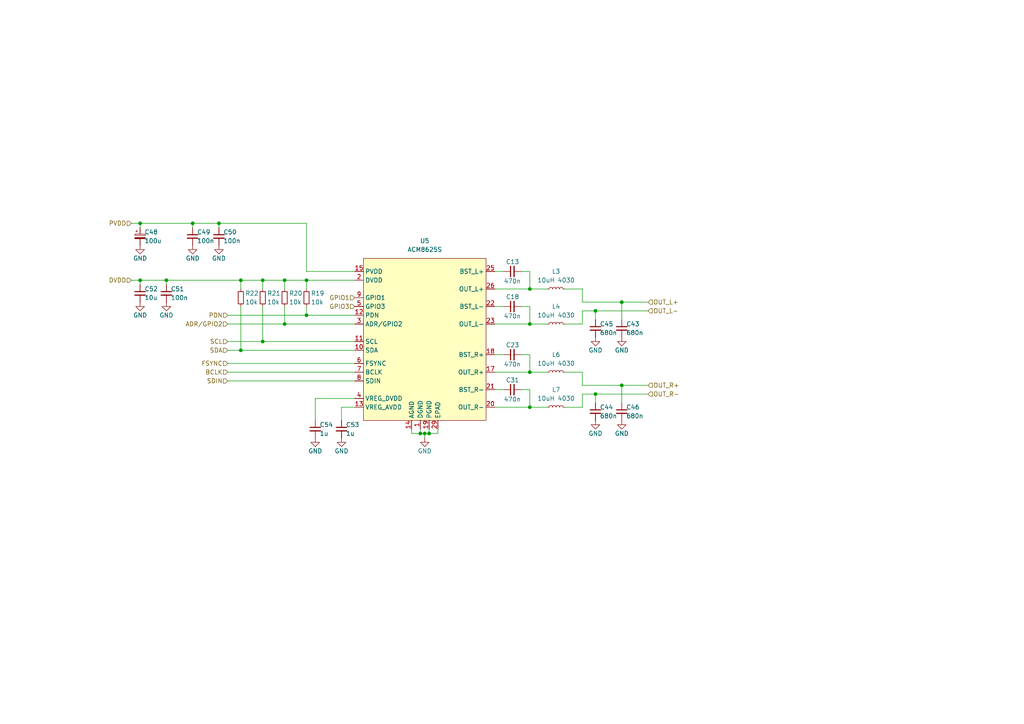
<source format=kicad_sch>
(kicad_sch (version 20231120) (generator "eeschema") (generator_version "8.0")
  (paper "A4")
  (lib_symbols
    (symbol "AEX7 Others:ACM8625S"
      (property "Reference" "U" (at 4.826 43.942 0))
      (property "Value" "ACM8625S" (at 4.572 41.402 0))
      (symbol "ACM8625S_0_0"
        (pin unspecified line (at -1.27 -25.4 90) (length 2.54) (name "DGND") (number "1"))
        (pin unspecified line (at -20.32 -2.54 0) (length 2.54) (name "SDA") (number "10"))
        (pin unspecified line (at -20.32 0 0) (length 2.54) (name "SCL") (number "11"))
        (pin unspecified line (at -20.32 7.62 0) (length 2.54) (name "PDN") (number "12"))
        (pin unspecified line (at -20.32 -19.05 0) (length 2.54) (name "VREG_AVDD") (number "13"))
        (pin unspecified line (at -3.81 -25.4 90) (length 2.54) (name "AGND") (number "14"))
        (pin unspecified line (at -20.32 20.32 0) (length 2.54) (name "PVDD") (number "15"))
        (pin unspecified line (at 20.32 -8.89 180) (length 2.54) (name "OUT_R+") (number "17"))
        (pin unspecified line (at 20.32 -3.81 180) (length 2.54) (name "BST_R+") (number "18"))
        (pin unspecified line (at 1.27 -25.4 90) (length 2.54) (name "PGND") (number "19"))
        (pin unspecified line (at -20.32 17.78 0) (length 2.54) (name "DVDD") (number "2"))
        (pin unspecified line (at 20.32 -19.05 180) (length 2.54) (name "OUT_R-") (number "20"))
        (pin unspecified line (at 20.32 -13.97 180) (length 2.54) (name "BST_R-") (number "21"))
        (pin unspecified line (at 20.32 10.16 180) (length 2.54) (name "BST_L-") (number "22"))
        (pin unspecified line (at 20.32 5.08 180) (length 2.54) (name "OUT_L-") (number "23"))
        (pin unspecified line (at 20.32 20.32 180) (length 2.54) (name "BST_L+") (number "25"))
        (pin unspecified line (at 20.32 15.24 180) (length 2.54) (name "OUT_L+") (number "26"))
        (pin unspecified line (at 3.81 -25.4 90) (length 2.54) (name "EPAD") (number "29"))
        (pin unspecified line (at -20.32 5.08 0) (length 2.54) (name "ADR/GPIO2") (number "3"))
        (pin unspecified line (at -20.32 -16.51 0) (length 2.54) (name "VREG_DVDD") (number "4"))
        (pin unspecified line (at -20.32 10.16 0) (length 2.54) (name "GPIO3") (number "5"))
        (pin unspecified line (at -20.32 -6.35 0) (length 2.54) (name "FSYNC") (number "6"))
        (pin unspecified line (at -20.32 -11.43 0) (length 2.54) (name "SDIN") (number "8"))
        (pin unspecified line (at -20.32 12.7 0) (length 2.54) (name "GPIO1") (number "9"))
      )
      (symbol "ACM8625S_1_0"
        (pin unspecified line (at -20.32 20.32 0) (length 2.54) hide (name "PVDD") (number "16"))
        (pin unspecified line (at 1.27 -25.4 90) (length 2.54) hide (name "PGND") (number "24"))
        (pin unspecified line (at -20.32 20.32 0) (length 2.54) hide (name "PVDD") (number "27"))
        (pin unspecified line (at -20.32 20.32 0) (length 2.54) hide (name "PVDD") (number "28"))
        (pin unspecified line (at -20.32 -8.89 0) (length 2.54) (name "BCLK") (number "7"))
      )
      (symbol "ACM8625S_1_1"
        (rectangle (start -17.78 24.13) (end 17.78 -22.86) (fill (type background)))
      )
    )
    (symbol "Device:C_Polarized_Small" (pin_numbers hide) (pin_names (offset 0.254) hide)
      (property "Reference" "C" (at 0.254 1.778 0))
      (property "Value" "C_Polarized_Small" (at 0.254 -2.032 0))
      (symbol "C_Polarized_Small_0_1"
        (rectangle (start -1.524 -0.3048) (end 1.524 -0.6858) (fill (type outline)))
        (rectangle (start -1.524 0.6858) (end 1.524 0.3048))
        (polyline (pts (xy -1.27 1.524) (xy -0.762 1.524)))
        (polyline (pts (xy -1.016 1.27) (xy -1.016 1.778)))
      )
      (symbol "C_Polarized_Small_1_1"
        (pin passive line (at 0 2.54 270) (length 1.8542) (name "~") (number "1"))
        (pin passive line (at 0 -2.54 90) (length 1.8542) (name "~") (number "2"))
      )
    )
    (symbol "Device:C_Small" (pin_numbers hide) (pin_names (offset 0.254) hide)
      (property "Reference" "C" (at 0.254 1.778 0))
      (property "Value" "C_Small" (at 0.254 -2.032 0))
      (symbol "C_Small_0_1"
        (polyline (pts (xy -1.524 -0.508) (xy 1.524 -0.508)) (stroke (width 0.3302)))
        (polyline (pts (xy -1.524 0.508) (xy 1.524 0.508)) (stroke (width 0.3048)))
      )
      (symbol "C_Small_1_1"
        (pin passive line (at 0 2.54 270) (length 2.032) (name "~") (number "1"))
        (pin passive line (at 0 -2.54 90) (length 2.032) (name "~") (number "2"))
      )
    )
    (symbol "Device:L_Small" (pin_numbers hide) (pin_names (offset 0.254) hide)
      (property "Reference" "L" (at 0.762 1.016 0))
      (property "Value" "L_Small" (at 0.762 -1.016 0))
      (symbol "L_Small_0_1"
        (arc (start 0 -2.032) (mid 0.5058 -1.524) (end 0 -1.016))
        (arc (start 0 -1.016) (mid 0.5058 -0.508) (end 0 0))
        (arc (start 0 0) (mid 0.5058 0.508) (end 0 1.016))
        (arc (start 0 1.016) (mid 0.5058 1.524) (end 0 2.032))
      )
      (symbol "L_Small_1_1"
        (pin passive line (at 0 2.54 270) (length 0.508) (name "~") (number "1"))
        (pin passive line (at 0 -2.54 90) (length 0.508) (name "~") (number "2"))
      )
    )
    (symbol "Device:R_Small" (pin_numbers hide) (pin_names (offset 0.254) hide)
      (property "Reference" "R" (at 0.762 0.508 0))
      (property "Value" "R_Small" (at 0.762 -1.016 0))
      (symbol "R_Small_0_1"
        (rectangle (start -0.762 1.778) (end 0.762 -1.778) (stroke (width 0.2032)))
      )
      (symbol "R_Small_1_1"
        (pin passive line (at 0 2.54 270) (length 0.762) (name "~") (number "1"))
        (pin passive line (at 0 -2.54 90) (length 0.762) (name "~") (number "2"))
      )
    )
    (symbol "power:GND" (power) (pin_numbers hide) (pin_names (offset 0) hide)
      (property "Value" "GND" (at 0 -3.81 0))
      (symbol "GND_0_1"
        (polyline (pts (xy 0 0) (xy 0 -1.27) (xy 1.27 -1.27) (xy 0 -2.54) (xy -1.27 -1.27) (xy 0 -1.27)))
      )
      (symbol "GND_1_1"
        (pin power_in line (at 0 0 270) (length 0) (name "~") (number "1"))
      )
    )
  )
  (junction (at 82.55 81.28))
  (junction (at 40.64 64.77))
  (junction (at 180.34 87.63))
  (junction (at 69.85 101.6))
  (junction (at 172.72 90.17))
  (junction (at 48.26 81.28))
  (junction (at 82.55 93.98))
  (junction (at 153.67 118.11))
  (junction (at 123.19 125.73))
  (junction (at 172.72 114.3))
  (junction (at 153.67 93.98))
  (junction (at 153.67 107.95))
  (junction (at 180.34 111.76))
  (junction (at 88.9 91.44))
  (junction (at 121.92 125.73))
  (junction (at 40.64 81.28))
  (junction (at 69.85 81.28))
  (junction (at 76.2 99.06))
  (junction (at 55.88 64.77))
  (junction (at 124.46 125.73))
  (junction (at 153.67 83.82))
  (junction (at 76.2 81.28))
  (junction (at 88.9 81.28))
  (junction (at 63.5 64.77))
  (wire (pts (xy 66.04 110.49) (xy 102.87 110.49)))
  (wire (pts (xy 168.91 107.95) (xy 163.83 107.95)))
  (wire (pts (xy 99.06 121.92) (xy 99.06 118.11)))
  (wire (pts (xy 119.38 125.73) (xy 121.92 125.73)))
  (wire (pts (xy 102.87 99.06) (xy 76.2 99.06)))
  (wire (pts (xy 180.34 87.63) (xy 187.96 87.63)))
  (wire (pts (xy 146.05 113.03) (xy 143.51 113.03)))
  (wire (pts (xy 153.67 118.11) (xy 153.67 113.03)))
  (wire (pts (xy 66.04 107.95) (xy 102.87 107.95)))
  (wire (pts (xy 102.87 115.57) (xy 91.44 115.57)))
  (wire (pts (xy 40.64 64.77) (xy 40.64 66.04)))
  (wire (pts (xy 40.64 81.28) (xy 48.26 81.28)))
  (wire (pts (xy 168.91 114.3) (xy 168.91 118.11)))
  (wire (pts (xy 180.34 111.76) (xy 180.34 116.84)))
  (wire (pts (xy 119.38 125.73) (xy 119.38 124.46)))
  (wire (pts (xy 66.04 99.06) (xy 76.2 99.06)))
  (wire (pts (xy 76.2 81.28) (xy 76.2 83.82)))
  (wire (pts (xy 76.2 99.06) (xy 76.2 88.9)))
  (wire (pts (xy 99.06 118.11) (xy 102.87 118.11)))
  (wire (pts (xy 66.04 91.44) (xy 88.9 91.44)))
  (wire (pts (xy 82.55 93.98) (xy 102.87 93.98)))
  (wire (pts (xy 55.88 64.77) (xy 63.5 64.77)))
  (wire (pts (xy 143.51 118.11) (xy 153.67 118.11)))
  (wire (pts (xy 168.91 118.11) (xy 163.83 118.11)))
  (wire (pts (xy 48.26 81.28) (xy 69.85 81.28)))
  (wire (pts (xy 153.67 113.03) (xy 151.13 113.03)))
  (wire (pts (xy 88.9 81.28) (xy 102.87 81.28)))
  (wire (pts (xy 168.91 111.76) (xy 180.34 111.76)))
  (wire (pts (xy 69.85 101.6) (xy 102.87 101.6)))
  (wire (pts (xy 143.51 107.95) (xy 153.67 107.95)))
  (wire (pts (xy 168.91 111.76) (xy 168.91 107.95)))
  (wire (pts (xy 38.1 64.77) (xy 40.64 64.77)))
  (wire (pts (xy 55.88 64.77) (xy 55.88 66.04)))
  (wire (pts (xy 151.13 102.87) (xy 153.67 102.87)))
  (wire (pts (xy 172.72 90.17) (xy 172.72 92.71)))
  (wire (pts (xy 69.85 81.28) (xy 76.2 81.28)))
  (wire (pts (xy 168.91 87.63) (xy 168.91 83.82)))
  (wire (pts (xy 82.55 81.28) (xy 82.55 83.82)))
  (wire (pts (xy 153.67 118.11) (xy 158.75 118.11)))
  (wire (pts (xy 121.92 125.73) (xy 123.19 125.73)))
  (wire (pts (xy 88.9 64.77) (xy 88.9 78.74)))
  (wire (pts (xy 168.91 87.63) (xy 180.34 87.63)))
  (wire (pts (xy 66.04 93.98) (xy 82.55 93.98)))
  (wire (pts (xy 172.72 114.3) (xy 172.72 116.84)))
  (wire (pts (xy 168.91 114.3) (xy 172.72 114.3)))
  (wire (pts (xy 146.05 78.74) (xy 143.51 78.74)))
  (wire (pts (xy 69.85 81.28) (xy 69.85 83.82)))
  (wire (pts (xy 82.55 88.9) (xy 82.55 93.98)))
  (wire (pts (xy 66.04 101.6) (xy 69.85 101.6)))
  (wire (pts (xy 48.26 81.28) (xy 48.26 82.55)))
  (wire (pts (xy 180.34 111.76) (xy 187.96 111.76)))
  (wire (pts (xy 63.5 64.77) (xy 88.9 64.77)))
  (wire (pts (xy 153.67 83.82) (xy 158.75 83.82)))
  (wire (pts (xy 153.67 88.9) (xy 151.13 88.9)))
  (wire (pts (xy 146.05 88.9) (xy 143.51 88.9)))
  (wire (pts (xy 146.05 102.87) (xy 143.51 102.87)))
  (wire (pts (xy 124.46 125.73) (xy 127 125.73)))
  (wire (pts (xy 88.9 91.44) (xy 88.9 88.9)))
  (wire (pts (xy 168.91 90.17) (xy 172.72 90.17)))
  (wire (pts (xy 40.64 81.28) (xy 40.64 82.55)))
  (wire (pts (xy 153.67 107.95) (xy 153.67 102.87)))
  (wire (pts (xy 63.5 64.77) (xy 63.5 66.04)))
  (wire (pts (xy 143.51 83.82) (xy 153.67 83.82)))
  (wire (pts (xy 168.91 90.17) (xy 168.91 93.98)))
  (wire (pts (xy 180.34 87.63) (xy 180.34 92.71)))
  (wire (pts (xy 153.67 93.98) (xy 153.67 88.9)))
  (wire (pts (xy 88.9 81.28) (xy 88.9 83.82)))
  (wire (pts (xy 82.55 81.28) (xy 88.9 81.28)))
  (wire (pts (xy 127 125.73) (xy 127 124.46)))
  (wire (pts (xy 168.91 93.98) (xy 163.83 93.98)))
  (wire (pts (xy 153.67 107.95) (xy 158.75 107.95)))
  (wire (pts (xy 38.1 81.28) (xy 40.64 81.28)))
  (wire (pts (xy 123.19 125.73) (xy 124.46 125.73)))
  (wire (pts (xy 69.85 88.9) (xy 69.85 101.6)))
  (wire (pts (xy 153.67 83.82) (xy 153.67 78.74)))
  (wire (pts (xy 143.51 93.98) (xy 153.67 93.98)))
  (wire (pts (xy 153.67 93.98) (xy 158.75 93.98)))
  (wire (pts (xy 172.72 114.3) (xy 187.96 114.3)))
  (wire (pts (xy 76.2 81.28) (xy 82.55 81.28)))
  (wire (pts (xy 102.87 91.44) (xy 88.9 91.44)))
  (wire (pts (xy 88.9 78.74) (xy 102.87 78.74)))
  (wire (pts (xy 91.44 115.57) (xy 91.44 121.92)))
  (wire (pts (xy 153.67 78.74) (xy 151.13 78.74)))
  (wire (pts (xy 124.46 125.73) (xy 124.46 124.46)))
  (wire (pts (xy 168.91 83.82) (xy 163.83 83.82)))
  (wire (pts (xy 121.92 125.73) (xy 121.92 124.46)))
  (wire (pts (xy 172.72 90.17) (xy 187.96 90.17)))
  (wire (pts (xy 40.64 64.77) (xy 55.88 64.77)))
  (wire (pts (xy 66.04 105.41) (xy 102.87 105.41)))
  (wire (pts (xy 123.19 127) (xy 123.19 125.73)))
  (hierarchical_label "OUT_L-" (shape input) (at 187.96 90.17 0))
  (hierarchical_label "DVDD" (shape input) (at 38.1 81.28 180))
  (hierarchical_label "BCLK" (shape input) (at 66.04 107.95 180))
  (hierarchical_label "SDIN" (shape input) (at 66.04 110.49 180))
  (hierarchical_label "GPIO1" (shape input) (at 102.87 86.36 180))
  (hierarchical_label "PDN" (shape input) (at 66.04 91.44 180))
  (hierarchical_label "OUT_R+" (shape input) (at 187.96 111.76 0))
  (hierarchical_label "GPIO3" (shape input) (at 102.87 88.9 180))
  (hierarchical_label "PVDD" (shape input) (at 38.1 64.77 180))
  (hierarchical_label "OUT_R-" (shape input) (at 187.96 114.3 0))
  (hierarchical_label "SCL" (shape input) (at 66.04 99.06 180))
  (hierarchical_label "FSYNC" (shape input) (at 66.04 105.41 180))
  (hierarchical_label "ADR{slash}GPIO2" (shape input) (at 66.04 93.98 180))
  (hierarchical_label "OUT_L+" (shape input) (at 187.96 87.63 0))
  (hierarchical_label "SDA" (shape input) (at 66.04 101.6 180))
  (symbol (lib_id "Device:R_Small") (at 76.2 86.36 180) (unit 1)
    (property "Reference" "R21" (at 77.47 85.09 0) (effects (justify right)))
    (property "Value" "10k" (at 77.47 87.63 0) (effects (justify right)))
    (property "Footprint" "Resistor_SMD:R_0603_1608Metric" (effects (hide yes)))
  )
  (symbol (lib_id "Device:C_Small") (at 148.59 88.9 90) (unit 1)
    (property "Reference" "C18" (at 150.622 86.106 90) (effects (justify left)))
    (property "Value" "470n" (at 148.59 91.694 90))
    (property "Footprint" "Capacitor_SMD:C_0603_1608Metric" (effects (hide yes)))
    (property "Description" "Unpolarized capacitor, small symbol" (effects (hide yes)))
  )
  (symbol (lib_id "Device:C_Small") (at 148.59 102.87 90) (unit 1)
    (property "Reference" "C23" (at 150.622 100.076 90) (effects (justify left)))
    (property "Value" "470n" (at 148.59 105.664 90))
    (property "Footprint" "Capacitor_SMD:C_0603_1608Metric" (effects (hide yes)))
    (property "Description" "Unpolarized capacitor, small symbol" (effects (hide yes)))
  )
  (symbol (lib_id "Device:R_Small") (at 69.85 86.36 180) (unit 1)
    (property "Reference" "R22" (at 71.12 85.09 0) (effects (justify right)))
    (property "Value" "10k" (at 71.12 87.63 0) (effects (justify right)))
    (property "Footprint" "Resistor_SMD:R_0603_1608Metric" (effects (hide yes)))
  )
  (symbol (lib_id "Device:L_Small") (at 161.29 93.98 90) (unit 1)
    (property "Reference" "L4" (at 161.29 88.9 90))
    (property "Value" "10uH 4030" (at 161.29 91.44 90))
    (property "Footprint" "Inductor_SMD:L_Abracon_ASPI-4030S" (effects (hide yes)))
    (property "Description" "Inductor, small symbol" (effects (hide yes)))
  )
  (symbol (lib_id "power:GND") (at 180.34 121.92 0) (unit 1)
    (property "Reference" "#PWR0101" (effects (hide yes)))
    (property "Value" "GND" (at 180.34 125.73 0))
  )
  (symbol (lib_id "power:GND") (at 48.26 87.63 0) (unit 1)
    (property "Reference" "#PWR0107" (effects (hide yes)))
    (property "Value" "GND" (at 48.26 91.44 0))
  )
  (symbol (lib_id "power:GND") (at 172.72 97.79 0) (unit 1)
    (property "Reference" "#PWR098" (effects (hide yes)))
    (property "Value" "GND" (at 172.72 101.6 0))
  )
  (symbol (lib_id "power:GND") (at 63.5 71.12 0) (unit 1)
    (property "Reference" "#PWR0106" (effects (hide yes)))
    (property "Value" "GND" (at 63.5 74.93 0))
  )
  (symbol (lib_id "power:GND") (at 99.06 127 0) (unit 1)
    (property "Reference" "#PWR0109" (effects (hide yes)))
    (property "Value" "GND" (at 99.06 130.81 0))
  )
  (symbol (lib_id "Device:C_Small") (at 148.59 113.03 90) (unit 1)
    (property "Reference" "C31" (at 150.622 110.236 90) (effects (justify left)))
    (property "Value" "470n" (at 148.59 115.824 90))
    (property "Footprint" "Capacitor_SMD:C_0603_1608Metric" (effects (hide yes)))
    (property "Description" "Unpolarized capacitor, small symbol" (effects (hide yes)))
  )
  (symbol (lib_id "Device:C_Small") (at 99.06 124.46 0) (unit 1)
    (property "Reference" "C53" (at 100.33 123.19 0) (effects (justify left)))
    (property "Value" "1u" (at 100.33 125.73 0) (effects (justify left)))
    (property "Footprint" "Capacitor_SMD:C_0603_1608Metric" (effects (hide yes)))
  )
  (symbol (lib_id "power:GND") (at 91.44 127 0) (unit 1)
    (property "Reference" "#PWR0110" (effects (hide yes)))
    (property "Value" "GND" (at 91.44 130.81 0))
  )
  (symbol (lib_id "power:GND") (at 180.34 97.79 0) (unit 1)
    (property "Reference" "#PWR099" (effects (hide yes)))
    (property "Value" "GND" (at 180.34 101.6 0))
  )
  (symbol (lib_id "power:GND") (at 123.19 127 0) (unit 1)
    (property "Reference" "#PWR0102" (effects (hide yes)))
    (property "Value" "GND" (at 123.19 130.81 0))
  )
  (symbol (lib_id "Device:C_Small") (at 55.88 68.58 0) (unit 1)
    (property "Reference" "C49" (at 57.15 67.31 0) (effects (justify left)))
    (property "Value" "100n" (at 57.15 69.85 0) (effects (justify left)))
    (property "Footprint" "Capacitor_SMD:C_0603_1608Metric" (effects (hide yes)))
  )
  (symbol (lib_id "Device:L_Small") (at 161.29 83.82 90) (unit 1)
    (property "Reference" "L3" (at 161.29 78.74 90))
    (property "Value" "10uH 4030" (at 161.29 81.28 90))
    (property "Footprint" "Inductor_SMD:L_Abracon_ASPI-4030S" (effects (hide yes)))
    (property "Description" "Inductor, small symbol" (effects (hide yes)))
  )
  (symbol (lib_id "AEX7 Others:ACM8625S") (at 123.19 99.06 0) (unit 1)
    (property "Reference" "U5" (at 123.19 69.85 0))
    (property "Value" "ACM8625S" (at 123.19 72.39 0))
    (property "Footprint" "Package_SO:TSSOP-28-1EP_4.4x9.7mm_P0.65mm_EP2.85x6.7mm" (effects (hide yes)))
  )
  (symbol (lib_id "Device:L_Small") (at 161.29 118.11 90) (unit 1)
    (property "Reference" "L7" (at 161.29 113.03 90))
    (property "Value" "10uH 4030" (at 161.29 115.57 90))
    (property "Footprint" "Inductor_SMD:L_Abracon_ASPI-4030S" (effects (hide yes)))
    (property "Description" "Inductor, small symbol" (effects (hide yes)))
  )
  (symbol (lib_id "Device:C_Small") (at 63.5 68.58 0) (unit 1)
    (property "Reference" "C50" (at 64.77 67.31 0) (effects (justify left)))
    (property "Value" "100n" (at 64.77 69.85 0) (effects (justify left)))
    (property "Footprint" "Capacitor_SMD:C_0603_1608Metric" (effects (hide yes)))
  )
  (symbol (lib_id "power:GND") (at 55.88 71.12 0) (unit 1)
    (property "Reference" "#PWR0105" (effects (hide yes)))
    (property "Value" "GND" (at 55.88 74.93 0))
  )
  (symbol (lib_id "Device:C_Small") (at 172.72 119.38 0) (unit 1)
    (property "Reference" "C44" (at 173.99 118.11 0) (effects (justify left)))
    (property "Value" "680n" (at 173.99 120.65 0) (effects (justify left)))
    (property "Footprint" "Capacitor_SMD:C_1206_3216Metric" (effects (hide yes)))
  )
  (symbol (lib_id "Device:L_Small") (at 161.29 107.95 90) (unit 1)
    (property "Reference" "L6" (at 161.29 102.87 90))
    (property "Value" "10uH 4030" (at 161.29 105.41 90))
    (property "Footprint" "Inductor_SMD:L_Abracon_ASPI-4030S" (effects (hide yes)))
    (property "Description" "Inductor, small symbol" (effects (hide yes)))
  )
  (symbol (lib_id "power:GND") (at 40.64 71.12 0) (unit 1)
    (property "Reference" "#PWR0104" (effects (hide yes)))
    (property "Value" "GND" (at 40.64 74.93 0))
  )
  (symbol (lib_id "Device:C_Small") (at 91.44 124.46 0) (unit 1)
    (property "Reference" "C54" (at 92.71 123.19 0) (effects (justify left)))
    (property "Value" "1u" (at 92.71 125.73 0) (effects (justify left)))
    (property "Footprint" "Capacitor_SMD:C_0603_1608Metric" (effects (hide yes)))
  )
  (symbol (lib_id "power:GND") (at 172.72 121.92 0) (unit 1)
    (property "Reference" "#PWR0100" (effects (hide yes)))
    (property "Value" "GND" (at 172.72 125.73 0))
  )
  (symbol (lib_id "Device:C_Small") (at 148.59 78.74 90) (unit 1)
    (property "Reference" "C13" (at 150.622 75.946 90) (effects (justify left)))
    (property "Value" "470n" (at 148.59 81.534 90))
    (property "Footprint" "Capacitor_SMD:C_0603_1608Metric" (effects (hide yes)))
    (property "Description" "Unpolarized capacitor, small symbol" (effects (hide yes)))
  )
  (symbol (lib_id "Device:R_Small") (at 82.55 86.36 180) (unit 1)
    (property "Reference" "R20" (at 83.82 85.09 0) (effects (justify right)))
    (property "Value" "10k" (at 83.82 87.63 0) (effects (justify right)))
    (property "Footprint" "Resistor_SMD:R_0603_1608Metric" (effects (hide yes)))
  )
  (symbol (lib_id "Device:C_Small") (at 48.26 85.09 0) (unit 1)
    (property "Reference" "C51" (at 49.53 83.82 0) (effects (justify left)))
    (property "Value" "100n" (at 49.53 86.36 0) (effects (justify left)))
    (property "Footprint" "Capacitor_SMD:C_0603_1608Metric" (effects (hide yes)))
  )
  (symbol (lib_id "Device:C_Small") (at 40.64 85.09 0) (unit 1)
    (property "Reference" "C52" (at 41.91 83.82 0) (effects (justify left)))
    (property "Value" "10u" (at 41.91 86.36 0) (effects (justify left)))
    (property "Footprint" "Capacitor_SMD:C_0603_1608Metric" (effects (hide yes)))
  )
  (symbol (lib_id "Device:C_Polarized_Small") (at 40.64 68.58 0) (unit 1)
    (property "Reference" "C48" (at 41.91 67.31 0) (effects (justify left)))
    (property "Value" "100u" (at 41.91 69.85 0) (effects (justify left)))
    (property "Footprint" "Capacitor_THT:CP_Radial_D6.3mm_P2.50mm" (effects (hide yes)))
  )
  (symbol (lib_id "Device:C_Small") (at 172.72 95.25 0) (unit 1)
    (property "Reference" "C45" (at 173.99 93.98 0) (effects (justify left)))
    (property "Value" "680n" (at 173.99 96.52 0) (effects (justify left)))
    (property "Footprint" "Capacitor_SMD:C_1206_3216Metric" (effects (hide yes)))
  )
  (symbol (lib_id "Device:C_Small") (at 180.34 119.38 0) (unit 1)
    (property "Reference" "C46" (at 181.61 118.11 0) (effects (justify left)))
    (property "Value" "680n" (at 181.61 120.65 0) (effects (justify left)))
    (property "Footprint" "Capacitor_SMD:C_1206_3216Metric" (effects (hide yes)))
  )
  (symbol (lib_id "Device:C_Small") (at 180.34 95.25 0) (unit 1)
    (property "Reference" "C43" (at 181.61 93.98 0) (effects (justify left)))
    (property "Value" "680n" (at 181.61 96.52 0) (effects (justify left)))
    (property "Footprint" "Capacitor_SMD:C_1206_3216Metric" (effects (hide yes)))
  )
  (symbol (lib_id "Device:R_Small") (at 88.9 86.36 180) (unit 1)
    (property "Reference" "R19" (at 90.17 85.09 0) (effects (justify right)))
    (property "Value" "10k" (at 90.17 87.63 0) (effects (justify right)))
    (property "Footprint" "Resistor_SMD:R_0603_1608Metric" (effects (hide yes)))
  )
  (symbol (lib_id "power:GND") (at 40.64 87.63 0) (unit 1)
    (property "Reference" "#PWR0108" (effects (hide yes)))
    (property "Value" "GND" (at 40.64 91.44 0))
  )
)
</source>
